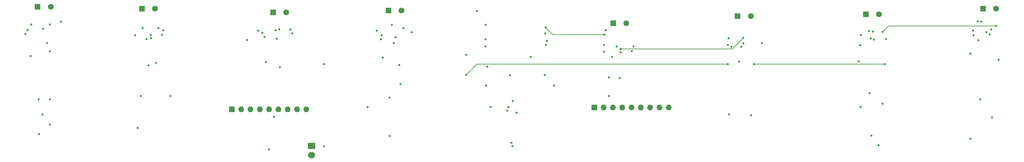
<source format=gbr>
%TF.GenerationSoftware,KiCad,Pcbnew,8.0.8*%
%TF.CreationDate,2025-05-04T20:59:54-05:00*%
%TF.ProjectId,Feedback_sleeve,46656564-6261-4636-9b5f-736c65657665,rev?*%
%TF.SameCoordinates,Original*%
%TF.FileFunction,Copper,L21,Inr*%
%TF.FilePolarity,Positive*%
%FSLAX46Y46*%
G04 Gerber Fmt 4.6, Leading zero omitted, Abs format (unit mm)*
G04 Created by KiCad (PCBNEW 8.0.8) date 2025-05-04 20:59:54*
%MOMM*%
%LPD*%
G01*
G04 APERTURE LIST*
G04 Aperture macros list*
%AMRoundRect*
0 Rectangle with rounded corners*
0 $1 Rounding radius*
0 $2 $3 $4 $5 $6 $7 $8 $9 X,Y pos of 4 corners*
0 Add a 4 corners polygon primitive as box body*
4,1,4,$2,$3,$4,$5,$6,$7,$8,$9,$2,$3,0*
0 Add four circle primitives for the rounded corners*
1,1,$1+$1,$2,$3*
1,1,$1+$1,$4,$5*
1,1,$1+$1,$6,$7*
1,1,$1+$1,$8,$9*
0 Add four rect primitives between the rounded corners*
20,1,$1+$1,$2,$3,$4,$5,0*
20,1,$1+$1,$4,$5,$6,$7,0*
20,1,$1+$1,$6,$7,$8,$9,0*
20,1,$1+$1,$8,$9,$2,$3,0*%
G04 Aperture macros list end*
%TA.AperFunction,ComponentPad*%
%ADD10RoundRect,0.250000X-0.550000X-0.550000X0.550000X-0.550000X0.550000X0.550000X-0.550000X0.550000X0*%
%TD*%
%TA.AperFunction,ComponentPad*%
%ADD11C,1.600000*%
%TD*%
%TA.AperFunction,ComponentPad*%
%ADD12R,1.600000X1.600000*%
%TD*%
%TA.AperFunction,ComponentPad*%
%ADD13O,1.600000X1.600000*%
%TD*%
%TA.AperFunction,ComponentPad*%
%ADD14RoundRect,0.250000X-0.750000X0.600000X-0.750000X-0.600000X0.750000X-0.600000X0.750000X0.600000X0*%
%TD*%
%TA.AperFunction,ComponentPad*%
%ADD15O,2.000000X1.700000*%
%TD*%
%TA.AperFunction,ViaPad*%
%ADD16C,0.600000*%
%TD*%
%TA.AperFunction,Conductor*%
%ADD17C,0.200000*%
%TD*%
G04 APERTURE END LIST*
D10*
%TO.N,Net-(J7-Pin_1)*%
%TO.C,J7*%
X242900000Y-17500000D03*
D11*
%TO.N,Net-(J7-Pin_2)*%
X246500000Y-17500000D03*
%TD*%
D10*
%TO.N,Net-(J8-Pin_1)*%
%TO.C,J8*%
X274900000Y-16000000D03*
D11*
%TO.N,Net-(J8-Pin_2)*%
X278500000Y-16000000D03*
%TD*%
D10*
%TO.N,Net-(J2-Pin_1)*%
%TO.C,J2*%
X45200000Y-16000000D03*
D11*
%TO.N,Net-(J2-Pin_2)*%
X48800000Y-16000000D03*
%TD*%
D10*
%TO.N,Net-(J6-Pin_1)*%
%TO.C,J6*%
X207900000Y-18000000D03*
D11*
%TO.N,Net-(J6-Pin_2)*%
X211500000Y-18000000D03*
%TD*%
D10*
%TO.N,Net-(J3-Pin_1)*%
%TO.C,J3*%
X81000000Y-17000000D03*
D11*
%TO.N,Net-(J3-Pin_2)*%
X84600000Y-17000000D03*
%TD*%
D12*
%TO.N,Net-(RN1-common)*%
%TO.C,RN2*%
X69760000Y-43500000D03*
D13*
%TO.N,Net-(RN2-R1)*%
X72300000Y-43500000D03*
%TO.N,Net-(RN2-R2)*%
X74840000Y-43500000D03*
%TO.N,Net-(RN2-R3)*%
X77380000Y-43500000D03*
%TO.N,Net-(RN2-R4)*%
X79920000Y-43500000D03*
%TO.N,Net-(RN2-R5)*%
X82460000Y-43500000D03*
%TO.N,Net-(RN2-R6)*%
X85000000Y-43500000D03*
%TO.N,Net-(RN2-R7)*%
X87540000Y-43500000D03*
%TO.N,Net-(RN2-R8)*%
X90080000Y-43500000D03*
%TD*%
D14*
%TO.N,Net-(J9-Pin_1)*%
%TO.C,J9*%
X91500000Y-53500000D03*
D15*
%TO.N,Net-(J9-Pin_2)*%
X91500000Y-56000000D03*
%TD*%
D10*
%TO.N,Net-(J4-Pin_1)*%
%TO.C,J4*%
X112500000Y-16500000D03*
D11*
%TO.N,Net-(J4-Pin_2)*%
X116100000Y-16500000D03*
%TD*%
D12*
%TO.N,Net-(RN1-common)*%
%TO.C,RN1*%
X168760000Y-43000000D03*
D13*
%TO.N,Net-(RN1-R1)*%
X171300000Y-43000000D03*
%TO.N,Net-(RN1-R2)*%
X173840000Y-43000000D03*
%TO.N,Net-(RN1-R3)*%
X176380000Y-43000000D03*
%TO.N,Net-(RN1-R4)*%
X178920000Y-43000000D03*
%TO.N,Net-(RN1-R5)*%
X181460000Y-43000000D03*
%TO.N,Net-(RN1-R6)*%
X184000000Y-43000000D03*
%TO.N,Net-(RN1-R7)*%
X186540000Y-43000000D03*
%TO.N,Net-(RN1-R8)*%
X189080000Y-43000000D03*
%TD*%
D10*
%TO.N,Net-(J1-Pin_1)*%
%TO.C,J1*%
X16700000Y-15500000D03*
D11*
%TO.N,Net-(J1-Pin_2)*%
X20300000Y-15500000D03*
%TD*%
D10*
%TO.N,Net-(J5-Pin_1)*%
%TO.C,J5*%
X173900000Y-20000000D03*
D11*
%TO.N,Net-(J5-Pin_2)*%
X177500000Y-20000000D03*
%TD*%
D16*
%TO.N,Net-(U1-GND)*%
X17095500Y-50321100D03*
X171377100Y-27752000D03*
X205594700Y-44905300D03*
X14834800Y-28967500D03*
X179017600Y-27617400D03*
X47589500Y-23225400D03*
X110467800Y-24348000D03*
X172682700Y-34819700D03*
X112842700Y-40329300D03*
X208245400Y-30467500D03*
X50728400Y-23100000D03*
X209432800Y-25440000D03*
X272252400Y-23280900D03*
X171566300Y-23086900D03*
X79067000Y-30518700D03*
X46961400Y-31470500D03*
X244401700Y-50745200D03*
X243947400Y-39076400D03*
X44866000Y-39904100D03*
X17001400Y-40829300D03*
X240951400Y-30411500D03*
X274157400Y-40829300D03*
X78663200Y-23693200D03*
X271418700Y-28282100D03*
X110979400Y-29408200D03*
X155457500Y-21133100D03*
X13395100Y-22941500D03*
X214570700Y-25376200D03*
X245123800Y-24500000D03*
%TO.N,Net-(U2-REG)*%
X274410700Y-19564400D03*
X279125700Y-29974700D03*
%TO.N,Net-(U4-REG)*%
X175674700Y-34923400D03*
%TO.N,Net-(U5-REG)*%
X113469400Y-20366500D03*
X115453800Y-31382200D03*
%TO.N,Net-(U10-REG)*%
X45411400Y-21344600D03*
X49065500Y-30811900D03*
%TO.N,Net-(U6-REG)*%
X15016300Y-20335300D03*
X20090700Y-47685200D03*
%TO.N,Net-(U9-REG)*%
X76938700Y-22008700D03*
X82922700Y-31970500D03*
%TO.N,Net-(U7-REG)*%
X243781600Y-22118400D03*
X246384400Y-53336900D03*
%TO.N,Net-(J1-Pin_1)*%
X19292700Y-25376200D03*
%TO.N,Net-(J1-Pin_2)*%
X23082700Y-19564400D03*
%TO.N,Net-(J2-Pin_2)*%
X51017600Y-21908700D03*
%TO.N,Net-(J2-Pin_1)*%
X47668900Y-24070700D03*
%TO.N,Net-(J3-Pin_2)*%
X85786700Y-21656900D03*
%TO.N,Net-(J3-Pin_1)*%
X86280400Y-22742700D03*
%TO.N,Net-(J4-Pin_1)*%
X114461700Y-23761600D03*
%TO.N,Net-(J4-Pin_2)*%
X118886400Y-22470300D03*
%TO.N,Net-(J5-Pin_2)*%
X179457200Y-26300300D03*
%TO.N,Net-(J5-Pin_1)*%
X175926200Y-27900000D03*
%TO.N,Net-(J6-Pin_1)*%
X208896100Y-26420700D03*
%TO.N,Net-(J7-Pin_1)*%
X248395400Y-24250000D03*
%TO.N,Net-(J7-Pin_2)*%
X244868400Y-22227600D03*
%TO.N,Net-(J8-Pin_1)*%
X276779600Y-23010400D03*
%TO.N,Net-(J8-Pin_2)*%
X277122500Y-21666800D03*
%TO.N,Net-(J9-Pin_1)*%
X145754700Y-34211000D03*
X94890700Y-31188000D03*
%TO.N,Net-(U1-PC01_A1_D1)*%
X173685700Y-29242000D03*
X171845900Y-21950500D03*
X139125100Y-20375000D03*
%TO.N,Net-(U1-PC05_A5_D5_SCL)*%
X139557100Y-31818900D03*
%TO.N,Net-(U1-PA03_A8_D8_SCK)*%
X82011000Y-24176200D03*
%TO.N,Net-(U1-PC00_A0_D0)*%
X273512700Y-19481600D03*
X273612700Y-24641500D03*
X136778700Y-16617400D03*
%TO.N,Net-(U1-PC06_A6_D6_TX)*%
X133786700Y-34093900D03*
X205249400Y-31188000D03*
X206170900Y-26416600D03*
%TO.N,Net-(U1-PC02_A2_D2)*%
X139058900Y-24413400D03*
X113954100Y-25376200D03*
%TO.N,Net-(U1-PA04_A9_D9_MISO)*%
X46445800Y-24270700D03*
X151344000Y-29168400D03*
%TO.N,Net-(U1-PC04_A4_D4_SDA)*%
X133786700Y-28647700D03*
%TO.N,Net-(U1-PC07_A7_D7_RX)*%
X155190200Y-34138800D03*
%TO.N,Net-(U1-PC03_A3_D3)*%
X139058900Y-26342800D03*
X241421900Y-25985700D03*
%TO.N,Net-(RN1-common)*%
X139214400Y-36999800D03*
X247484100Y-22339600D03*
X157739200Y-36999800D03*
X20092300Y-40829300D03*
X20090700Y-27682400D03*
X116668800Y-21334700D03*
X53002700Y-39905700D03*
X115830300Y-36619000D03*
X82695300Y-21708700D03*
X278429300Y-20774000D03*
X20090700Y-20330100D03*
X248039400Y-31188000D03*
X247482700Y-41982700D03*
X212337400Y-31188000D03*
X211578700Y-45078700D03*
X175924200Y-26989200D03*
X49716200Y-21330200D03*
X155381200Y-22754500D03*
X209417200Y-23983900D03*
%TO.N,Net-(RN1-R6)*%
X81279700Y-45523400D03*
X81692800Y-21917300D03*
%TO.N,Net-(RN1-R7)*%
X205374400Y-24104900D03*
%TO.N,Net-(RN1-R2)*%
X18070000Y-44981300D03*
X18194400Y-21458700D03*
%TO.N,Net-(RN1-R8)*%
X205233400Y-25927500D03*
%TO.N,Net-(RN1-R5)*%
X78041100Y-22633100D03*
X79930700Y-54435200D03*
%TO.N,Net-(RN1-R3)*%
X43340400Y-23250000D03*
X44026700Y-48623400D03*
%TO.N,Net-(RN1-R1)*%
X13996600Y-21818200D03*
X145314800Y-42912200D03*
%TO.N,Net-(RN1-R4)*%
X144991400Y-43836400D03*
%TO.N,Net-(RN2-R5)*%
X277402700Y-45717500D03*
X275844500Y-22470700D03*
%TO.N,Net-(RN2-R6)*%
X146389300Y-53624600D03*
X272168000Y-21999100D03*
X94871000Y-53624600D03*
X271418700Y-51529300D03*
%TO.N,Net-(RN2-R7)*%
X155792100Y-24795800D03*
X147504600Y-44475500D03*
X244286900Y-24161600D03*
%TO.N,Net-(RN2-R4)*%
X146160000Y-52645400D03*
X171326500Y-25862500D03*
X155558000Y-25896600D03*
%TO.N,Net-(RN2-R8)*%
X241531400Y-23154400D03*
X241498700Y-42811600D03*
%TO.N,Net-(RN2-R2)*%
X140461900Y-42812200D03*
X106858700Y-42942100D03*
X110618800Y-23261600D03*
%TO.N,Net-(RN2-R3)*%
X172682700Y-39905700D03*
X174878000Y-26284700D03*
X146470800Y-41259900D03*
%TO.N,Net-(RN2-R1)*%
X73946700Y-24529200D03*
X112842700Y-50827800D03*
X109318900Y-22028000D03*
%TD*%
D17*
%TO.N,Net-(U1-GND)*%
X157411300Y-23086900D02*
X155457500Y-21133100D01*
X171566300Y-23086900D02*
X157411300Y-23086900D01*
%TO.N,Net-(U1-PC06_A6_D6_TX)*%
X133786700Y-34093900D02*
X136692600Y-31188000D01*
X136692600Y-31188000D02*
X205249400Y-31188000D01*
%TO.N,Net-(RN1-common)*%
X175924200Y-26989200D02*
X205892700Y-26989200D01*
X206420100Y-27018300D02*
X209417200Y-24021200D01*
X205921800Y-27018300D02*
X206420100Y-27018300D01*
X249049700Y-20774000D02*
X247484100Y-22339600D01*
X209417200Y-24021200D02*
X209417200Y-23983900D01*
X278429300Y-20774000D02*
X249049700Y-20774000D01*
X205892700Y-26989200D02*
X205921800Y-27018300D01*
X248039400Y-31188000D02*
X212337400Y-31188000D01*
%TD*%
M02*

</source>
